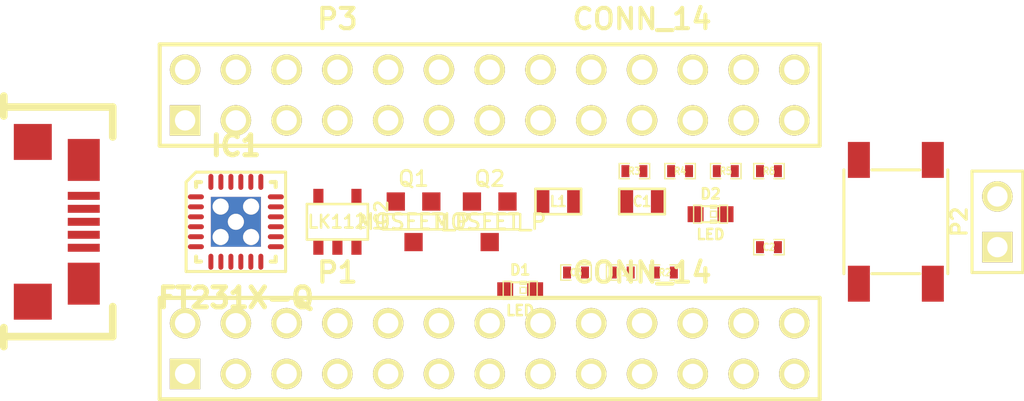
<source format=kicad_pcb>
(kicad_pcb (version 3) (host pcbnew "(2013-mar-13)-testing")

  (general
    (links 47)
    (no_connects 47)
    (area 212.7504 146.066934 267.030201 168.893066)
    (thickness 1.6)
    (drawings 0)
    (tracks 0)
    (zones 0)
    (modules 21)
    (nets 53)
  )

  (page A3)
  (layers
    (15 F.Cu signal)
    (0 B.Cu signal)
    (16 B.Adhes user)
    (17 F.Adhes user)
    (18 B.Paste user)
    (19 F.Paste user)
    (20 B.SilkS user)
    (21 F.SilkS user)
    (22 B.Mask user)
    (23 F.Mask user)
    (24 Dwgs.User user)
    (25 Cmts.User user)
    (26 Eco1.User user)
    (27 Eco2.User user)
    (28 Edge.Cuts user)
  )

  (setup
    (last_trace_width 0.254)
    (trace_clearance 0.254)
    (zone_clearance 0.508)
    (zone_45_only no)
    (trace_min 0.254)
    (segment_width 0.2)
    (edge_width 0.1)
    (via_size 0.889)
    (via_drill 0.635)
    (via_min_size 0.889)
    (via_min_drill 0.508)
    (uvia_size 0.508)
    (uvia_drill 0.127)
    (uvias_allowed no)
    (uvia_min_size 0.508)
    (uvia_min_drill 0.127)
    (pcb_text_width 0.3)
    (pcb_text_size 1.5 1.5)
    (mod_edge_width 0.15)
    (mod_text_size 1 1)
    (mod_text_width 0.15)
    (pad_size 1.5 1.5)
    (pad_drill 0.6)
    (pad_to_mask_clearance 0)
    (aux_axis_origin 0 0)
    (visible_elements FFFFFF7F)
    (pcbplotparams
      (layerselection 3178497)
      (usegerberextensions true)
      (excludeedgelayer true)
      (linewidth 152400)
      (plotframeref false)
      (viasonmask false)
      (mode 1)
      (useauxorigin false)
      (hpglpennumber 1)
      (hpglpenspeed 20)
      (hpglpendiameter 15)
      (hpglpenoverlay 2)
      (psnegative false)
      (psa4output false)
      (plotreference true)
      (plotvalue true)
      (plotothertext true)
      (plotinvisibletext false)
      (padsonsilk false)
      (subtractmaskfromsilk false)
      (outputformat 1)
      (mirror false)
      (drillshape 1)
      (scaleselection 1)
      (outputdirectory ""))
  )

  (net 0 "")
  (net 1 /D+)
  (net 2 /DTR)
  (net 3 /EISP)
  (net 4 /ERST)
  (net 5 /ERX)
  (net 6 /ETX)
  (net 7 /PIO0_0)
  (net 8 /PIO0_1)
  (net 9 /PIO0_10)
  (net 10 /PIO0_11)
  (net 11 /PIO0_12)
  (net 12 /PIO0_13)
  (net 13 /PIO0_14)
  (net 14 /PIO0_15)
  (net 15 /PIO0_16)
  (net 16 /PIO0_17)
  (net 17 /PIO0_2)
  (net 18 /PIO0_3)
  (net 19 /PIO0_4)
  (net 20 /PIO0_5)
  (net 21 /PIO0_6)
  (net 22 /PIO0_7)
  (net 23 /PIO0_8)
  (net 24 /PIO0_9)
  (net 25 /RTS)
  (net 26 /UD+)
  (net 27 /UD-)
  (net 28 /URX)
  (net 29 /UTX)
  (net 30 /VIN)
  (net 31 /VREGIN)
  (net 32 /VUSB)
  (net 33 /\PWREN)
  (net 34 GND)
  (net 35 N-0000017)
  (net 36 N-0000018)
  (net 37 N-0000024)
  (net 38 N-0000025)
  (net 39 N-0000026)
  (net 40 N-0000027)
  (net 41 N-0000029)
  (net 42 N-0000031)
  (net 43 N-0000034)
  (net 44 N-0000035)
  (net 45 N-0000036)
  (net 46 N-0000037)
  (net 47 N-0000038)
  (net 48 N-0000047)
  (net 49 N-0000048)
  (net 50 N-0000050)
  (net 51 N-0000051)
  (net 52 VCC)

  (net_class Default "This is the default net class."
    (clearance 0.254)
    (trace_width 0.254)
    (via_dia 0.889)
    (via_drill 0.635)
    (uvia_dia 0.508)
    (uvia_drill 0.127)
    (add_net "")
    (add_net /D+)
    (add_net /DTR)
    (add_net /EISP)
    (add_net /ERST)
    (add_net /ERX)
    (add_net /ETX)
    (add_net /PIO0_0)
    (add_net /PIO0_1)
    (add_net /PIO0_10)
    (add_net /PIO0_11)
    (add_net /PIO0_12)
    (add_net /PIO0_13)
    (add_net /PIO0_14)
    (add_net /PIO0_15)
    (add_net /PIO0_16)
    (add_net /PIO0_17)
    (add_net /PIO0_2)
    (add_net /PIO0_3)
    (add_net /PIO0_4)
    (add_net /PIO0_5)
    (add_net /PIO0_6)
    (add_net /PIO0_7)
    (add_net /PIO0_8)
    (add_net /PIO0_9)
    (add_net /RTS)
    (add_net /UD+)
    (add_net /UD-)
    (add_net /URX)
    (add_net /UTX)
    (add_net /VIN)
    (add_net /VREGIN)
    (add_net /VUSB)
    (add_net /\PWREN)
    (add_net GND)
    (add_net N-0000017)
    (add_net N-0000018)
    (add_net N-0000024)
    (add_net N-0000025)
    (add_net N-0000026)
    (add_net N-0000027)
    (add_net N-0000029)
    (add_net N-0000031)
    (add_net N-0000034)
    (add_net N-0000035)
    (add_net N-0000036)
    (add_net N-0000037)
    (add_net N-0000038)
    (add_net N-0000047)
    (add_net N-0000048)
    (add_net N-0000050)
    (add_net N-0000051)
    (add_net VCC)
  )

  (module SM0603 (layer F.Cu) (tedit 4E43A3D1) (tstamp 518B3BEB)
    (at 247.65 156.464)
    (path /518E730B)
    (attr smd)
    (fp_text reference C1 (at 0 0) (layer F.SilkS)
      (effects (font (size 0.508 0.4572) (thickness 0.1143)))
    )
    (fp_text value 1uF (at 0 0) (layer F.SilkS) hide
      (effects (font (size 0.508 0.4572) (thickness 0.1143)))
    )
    (fp_line (start -1.143 -0.635) (end 1.143 -0.635) (layer F.SilkS) (width 0.127))
    (fp_line (start 1.143 -0.635) (end 1.143 0.635) (layer F.SilkS) (width 0.127))
    (fp_line (start 1.143 0.635) (end -1.143 0.635) (layer F.SilkS) (width 0.127))
    (fp_line (start -1.143 0.635) (end -1.143 -0.635) (layer F.SilkS) (width 0.127))
    (pad 1 smd rect (at -0.762 0) (size 0.635 1.143)
      (layers F.Cu F.Paste F.Mask)
      (net 31 /VREGIN)
    )
    (pad 2 smd rect (at 0.762 0) (size 0.635 1.143)
      (layers F.Cu F.Paste F.Mask)
      (net 34 GND)
    )
    (model smd\resistors\R0603.wrl
      (at (xyz 0 0 0.001))
      (scale (xyz 0.5 0.5 0.5))
      (rotate (xyz 0 0 0))
    )
  )

  (module SM0402_c (layer F.Cu) (tedit 516FD0AE) (tstamp 518B3BF7)
    (at 254 158.75)
    (path /518E2BB2)
    (attr smd)
    (fp_text reference C2 (at 0 0) (layer F.SilkS)
      (effects (font (size 0.35052 0.3048) (thickness 0.07112)))
    )
    (fp_text value 0.1uF (at 0.09906 0) (layer F.SilkS) hide
      (effects (font (size 0.35052 0.3048) (thickness 0.07112)))
    )
    (fp_line (start -0.254 -0.381) (end -0.762 -0.381) (layer F.SilkS) (width 0.07112))
    (fp_line (start -0.762 -0.381) (end -0.762 0.381) (layer F.SilkS) (width 0.07112))
    (fp_line (start -0.762 0.381) (end -0.254 0.381) (layer F.SilkS) (width 0.07112))
    (fp_line (start 0.254 -0.381) (end 0.762 -0.381) (layer F.SilkS) (width 0.07112))
    (fp_line (start 0.762 -0.381) (end 0.762 0.381) (layer F.SilkS) (width 0.07112))
    (fp_line (start 0.762 0.381) (end 0.254 0.381) (layer F.SilkS) (width 0.07112))
    (pad 1 smd rect (at -0.44958 0) (size 0.39878 0.59944)
      (layers F.Cu F.Paste F.Mask)
      (net 51 N-0000051)
    )
    (pad 2 smd rect (at 0.44958 0) (size 0.39878 0.59944)
      (layers F.Cu F.Paste F.Mask)
      (net 34 GND)
    )
    (model smd/capacitors/C0402.wrl
      (at (xyz 0 0 0))
      (scale (xyz 0.27 0.27 0.27))
      (rotate (xyz 0 0 0))
    )
  )

  (module SM0402_c (layer F.Cu) (tedit 516FD0AE) (tstamp 518B3C03)
    (at 244.348 160.02)
    (path /518E5642)
    (attr smd)
    (fp_text reference C3 (at 0 0) (layer F.SilkS)
      (effects (font (size 0.35052 0.3048) (thickness 0.07112)))
    )
    (fp_text value 1uF (at 0.09906 0) (layer F.SilkS) hide
      (effects (font (size 0.35052 0.3048) (thickness 0.07112)))
    )
    (fp_line (start -0.254 -0.381) (end -0.762 -0.381) (layer F.SilkS) (width 0.07112))
    (fp_line (start -0.762 -0.381) (end -0.762 0.381) (layer F.SilkS) (width 0.07112))
    (fp_line (start -0.762 0.381) (end -0.254 0.381) (layer F.SilkS) (width 0.07112))
    (fp_line (start 0.254 -0.381) (end 0.762 -0.381) (layer F.SilkS) (width 0.07112))
    (fp_line (start 0.762 -0.381) (end 0.762 0.381) (layer F.SilkS) (width 0.07112))
    (fp_line (start 0.762 0.381) (end 0.254 0.381) (layer F.SilkS) (width 0.07112))
    (pad 1 smd rect (at -0.44958 0) (size 0.39878 0.59944)
      (layers F.Cu F.Paste F.Mask)
      (net 34 GND)
    )
    (pad 2 smd rect (at 0.44958 0) (size 0.39878 0.59944)
      (layers F.Cu F.Paste F.Mask)
      (net 52 VCC)
    )
    (model smd/capacitors/C0402.wrl
      (at (xyz 0 0 0))
      (scale (xyz 0.27 0.27 0.27))
      (rotate (xyz 0 0 0))
    )
  )

  (module LED-0603 (layer F.Cu) (tedit 4E16AFB4) (tstamp 518B3C1F)
    (at 241.554 160.909)
    (descr "LED 0603 smd package")
    (tags "LED led 0603 SMD smd SMT smt smdled SMDLED smtled SMTLED")
    (path /5190AF88)
    (attr smd)
    (fp_text reference D1 (at 0 -1.016) (layer F.SilkS)
      (effects (font (size 0.508 0.508) (thickness 0.127)))
    )
    (fp_text value LED (at 0 1.016) (layer F.SilkS)
      (effects (font (size 0.508 0.508) (thickness 0.127)))
    )
    (fp_line (start 0.44958 -0.44958) (end 0.44958 0.44958) (layer F.SilkS) (width 0.06604))
    (fp_line (start 0.44958 0.44958) (end 0.84836 0.44958) (layer F.SilkS) (width 0.06604))
    (fp_line (start 0.84836 -0.44958) (end 0.84836 0.44958) (layer F.SilkS) (width 0.06604))
    (fp_line (start 0.44958 -0.44958) (end 0.84836 -0.44958) (layer F.SilkS) (width 0.06604))
    (fp_line (start -0.84836 -0.44958) (end -0.84836 0.44958) (layer F.SilkS) (width 0.06604))
    (fp_line (start -0.84836 0.44958) (end -0.44958 0.44958) (layer F.SilkS) (width 0.06604))
    (fp_line (start -0.44958 -0.44958) (end -0.44958 0.44958) (layer F.SilkS) (width 0.06604))
    (fp_line (start -0.84836 -0.44958) (end -0.44958 -0.44958) (layer F.SilkS) (width 0.06604))
    (fp_line (start 0 -0.44958) (end 0 -0.29972) (layer F.SilkS) (width 0.06604))
    (fp_line (start 0 -0.29972) (end 0.29972 -0.29972) (layer F.SilkS) (width 0.06604))
    (fp_line (start 0.29972 -0.44958) (end 0.29972 -0.29972) (layer F.SilkS) (width 0.06604))
    (fp_line (start 0 -0.44958) (end 0.29972 -0.44958) (layer F.SilkS) (width 0.06604))
    (fp_line (start 0 0.29972) (end 0 0.44958) (layer F.SilkS) (width 0.06604))
    (fp_line (start 0 0.44958) (end 0.29972 0.44958) (layer F.SilkS) (width 0.06604))
    (fp_line (start 0.29972 0.29972) (end 0.29972 0.44958) (layer F.SilkS) (width 0.06604))
    (fp_line (start 0 0.29972) (end 0.29972 0.29972) (layer F.SilkS) (width 0.06604))
    (fp_line (start 0 -0.14986) (end 0 0.14986) (layer F.SilkS) (width 0.06604))
    (fp_line (start 0 0.14986) (end 0.29972 0.14986) (layer F.SilkS) (width 0.06604))
    (fp_line (start 0.29972 -0.14986) (end 0.29972 0.14986) (layer F.SilkS) (width 0.06604))
    (fp_line (start 0 -0.14986) (end 0.29972 -0.14986) (layer F.SilkS) (width 0.06604))
    (fp_line (start 0.44958 -0.39878) (end -0.44958 -0.39878) (layer F.SilkS) (width 0.1016))
    (fp_line (start 0.44958 0.39878) (end -0.44958 0.39878) (layer F.SilkS) (width 0.1016))
    (pad 1 smd rect (at -0.7493 0) (size 0.79756 0.79756)
      (layers F.Cu F.Paste F.Mask)
      (net 52 VCC)
    )
    (pad 2 smd rect (at 0.7493 0) (size 0.79756 0.79756)
      (layers F.Cu F.Paste F.Mask)
      (net 41 N-0000029)
    )
  )

  (module LED-0603 (layer F.Cu) (tedit 4E16AFB4) (tstamp 518B3C3B)
    (at 251.079 157.099)
    (descr "LED 0603 smd package")
    (tags "LED led 0603 SMD smd SMT smt smdled SMDLED smtled SMTLED")
    (path /518B0AF2)
    (attr smd)
    (fp_text reference D2 (at 0 -1.016) (layer F.SilkS)
      (effects (font (size 0.508 0.508) (thickness 0.127)))
    )
    (fp_text value LED (at 0 1.016) (layer F.SilkS)
      (effects (font (size 0.508 0.508) (thickness 0.127)))
    )
    (fp_line (start 0.44958 -0.44958) (end 0.44958 0.44958) (layer F.SilkS) (width 0.06604))
    (fp_line (start 0.44958 0.44958) (end 0.84836 0.44958) (layer F.SilkS) (width 0.06604))
    (fp_line (start 0.84836 -0.44958) (end 0.84836 0.44958) (layer F.SilkS) (width 0.06604))
    (fp_line (start 0.44958 -0.44958) (end 0.84836 -0.44958) (layer F.SilkS) (width 0.06604))
    (fp_line (start -0.84836 -0.44958) (end -0.84836 0.44958) (layer F.SilkS) (width 0.06604))
    (fp_line (start -0.84836 0.44958) (end -0.44958 0.44958) (layer F.SilkS) (width 0.06604))
    (fp_line (start -0.44958 -0.44958) (end -0.44958 0.44958) (layer F.SilkS) (width 0.06604))
    (fp_line (start -0.84836 -0.44958) (end -0.44958 -0.44958) (layer F.SilkS) (width 0.06604))
    (fp_line (start 0 -0.44958) (end 0 -0.29972) (layer F.SilkS) (width 0.06604))
    (fp_line (start 0 -0.29972) (end 0.29972 -0.29972) (layer F.SilkS) (width 0.06604))
    (fp_line (start 0.29972 -0.44958) (end 0.29972 -0.29972) (layer F.SilkS) (width 0.06604))
    (fp_line (start 0 -0.44958) (end 0.29972 -0.44958) (layer F.SilkS) (width 0.06604))
    (fp_line (start 0 0.29972) (end 0 0.44958) (layer F.SilkS) (width 0.06604))
    (fp_line (start 0 0.44958) (end 0.29972 0.44958) (layer F.SilkS) (width 0.06604))
    (fp_line (start 0.29972 0.29972) (end 0.29972 0.44958) (layer F.SilkS) (width 0.06604))
    (fp_line (start 0 0.29972) (end 0.29972 0.29972) (layer F.SilkS) (width 0.06604))
    (fp_line (start 0 -0.14986) (end 0 0.14986) (layer F.SilkS) (width 0.06604))
    (fp_line (start 0 0.14986) (end 0.29972 0.14986) (layer F.SilkS) (width 0.06604))
    (fp_line (start 0.29972 -0.14986) (end 0.29972 0.14986) (layer F.SilkS) (width 0.06604))
    (fp_line (start 0 -0.14986) (end 0.29972 -0.14986) (layer F.SilkS) (width 0.06604))
    (fp_line (start 0.44958 -0.39878) (end -0.44958 -0.39878) (layer F.SilkS) (width 0.1016))
    (fp_line (start 0.44958 0.39878) (end -0.44958 0.39878) (layer F.SilkS) (width 0.1016))
    (pad 1 smd rect (at -0.7493 0) (size 0.79756 0.79756)
      (layers F.Cu F.Paste F.Mask)
      (net 12 /PIO0_13)
    )
    (pad 2 smd rect (at 0.7493 0) (size 0.79756 0.79756)
      (layers F.Cu F.Paste F.Mask)
      (net 47 N-0000038)
    )
  )

  (module QFN24 (layer F.Cu) (tedit 48A948E6) (tstamp 518B3C6A)
    (at 227.33 157.48)
    (path /518B8B69)
    (fp_text reference IC1 (at 0 -3.81) (layer F.SilkS)
      (effects (font (size 1.00076 1.00076) (thickness 0.3048)))
    )
    (fp_text value FT231X-Q (at 0 3.81) (layer F.SilkS)
      (effects (font (size 1.00076 1.00076) (thickness 0.3048)))
    )
    (fp_line (start -1.99136 -2.4892) (end 2.4892 -2.4892) (layer F.SilkS) (width 0.14986))
    (fp_line (start -2.4892 -1.99136) (end -2.4892 2.4892) (layer F.SilkS) (width 0.14986))
    (fp_line (start -2.4892 -1.99136) (end -1.99136 -2.4892) (layer F.SilkS) (width 0.14986))
    (fp_line (start -1.99136 -1.74244) (end -1.99136 -1.99136) (layer F.SilkS) (width 0.20066))
    (fp_line (start -1.99136 -1.99136) (end -1.74244 -1.99136) (layer F.SilkS) (width 0.20066))
    (fp_line (start -1.74244 1.99136) (end -1.99136 1.99136) (layer F.SilkS) (width 0.20066))
    (fp_line (start -1.99136 1.99136) (end -1.99136 1.74244) (layer F.SilkS) (width 0.20066))
    (fp_line (start 1.99136 1.74244) (end 1.99136 1.99136) (layer F.SilkS) (width 0.20066))
    (fp_line (start 1.99136 1.99136) (end 1.74244 1.99136) (layer F.SilkS) (width 0.20066))
    (fp_line (start 1.74244 -1.99136) (end 1.99136 -1.99136) (layer F.SilkS) (width 0.20066))
    (fp_line (start 1.99136 -1.99136) (end 1.99136 -1.74244) (layer F.SilkS) (width 0.20066))
    (fp_line (start 2.4892 2.4892) (end -2.4892 2.4892) (layer F.SilkS) (width 0.14986))
    (fp_line (start 2.4892 -2.4892) (end 2.4892 2.4892) (layer F.SilkS) (width 0.14986))
    (pad "" smd rect (at 0 0 270) (size 2.49936 2.49936)
      (layers *.Cu F.Paste F.Mask)
    )
    (pad 1 smd oval (at -1.99898 -1.24968) (size 0.8001 0.24892)
      (layers F.Cu F.Paste F.Mask)
      (net 28 /URX)
    )
    (pad 2 smd oval (at -1.99898 -0.7493) (size 0.8001 0.24892)
      (layers F.Cu F.Paste F.Mask)
      (net 40 N-0000027)
    )
    (pad 3 smd oval (at -1.99898 -0.24892) (size 0.8001 0.24892)
      (layers F.Cu F.Paste F.Mask)
      (net 34 GND)
    )
    (pad 4 smd oval (at -1.99898 0.24892) (size 0.8001 0.24892)
      (layers F.Cu F.Paste F.Mask)
      (net 38 N-0000025)
    )
    (pad 5 smd oval (at -1.99898 0.7493) (size 0.8001 0.24892)
      (layers F.Cu F.Paste F.Mask)
      (net 39 N-0000026)
    )
    (pad 6 smd oval (at -1.99898 1.24968) (size 0.8001 0.24892)
      (layers F.Cu F.Paste F.Mask)
      (net 37 N-0000024)
    )
    (pad 7 smd oval (at -1.24968 1.99898 90) (size 0.8001 0.24892)
      (layers F.Cu F.Paste F.Mask)
      (net 50 N-0000050)
    )
    (pad 8 smd oval (at -0.7493 1.99898 90) (size 0.8001 0.24892)
      (layers F.Cu F.Paste F.Mask)
      (net 1 /D+)
    )
    (pad 9 smd oval (at -0.24892 1.99898 90) (size 0.8001 0.24892)
      (layers F.Cu F.Paste F.Mask)
      (net 1 /D+)
    )
    (pad 10 smd oval (at 0.24892 1.99898 90) (size 0.8001 0.24892)
      (layers F.Cu F.Paste F.Mask)
      (net 1 /D+)
    )
    (pad 11 smd oval (at 0.7493 1.99898 90) (size 0.8001 0.24892)
      (layers F.Cu F.Paste F.Mask)
      (net 1 /D+)
    )
    (pad 12 smd oval (at 1.24968 1.99898 90) (size 0.8001 0.24892)
      (layers F.Cu F.Paste F.Mask)
      (net 32 /VUSB)
    )
    (pad 13 smd oval (at 1.99898 1.24968 180) (size 0.8001 0.24892)
      (layers F.Cu F.Paste F.Mask)
      (net 34 GND)
    )
    (pad 14 smd oval (at 1.99898 0.7493 180) (size 0.8001 0.24892)
      (layers F.Cu F.Paste F.Mask)
      (net 35 N-0000017)
    )
    (pad 15 smd oval (at 1.99898 0.24892 180) (size 0.8001 0.24892)
      (layers F.Cu F.Paste F.Mask)
      (net 36 N-0000018)
    )
    (pad 16 smd oval (at 1.99898 -0.24892 180) (size 0.8001 0.24892)
      (layers F.Cu F.Paste F.Mask)
      (net 33 /\PWREN)
    )
    (pad 17 smd oval (at 1.99898 -0.7493 180) (size 0.8001 0.24892)
      (layers F.Cu F.Paste F.Mask)
      (net 29 /UTX)
    )
    (pad 18 smd oval (at 1.99898 -1.24968 180) (size 0.8001 0.24892)
      (layers F.Cu F.Paste F.Mask)
      (net 2 /DTR)
    )
    (pad 19 smd oval (at 1.24968 -1.99898 270) (size 0.8001 0.24892)
      (layers F.Cu F.Paste F.Mask)
      (net 25 /RTS)
    )
    (pad 20 smd oval (at 0.7493 -1.99898 270) (size 0.8001 0.24892)
      (layers F.Cu F.Paste F.Mask)
      (net 1 /D+)
    )
    (pad 21 smd oval (at 0.24892 -1.99898 270) (size 0.8001 0.24892)
      (layers F.Cu F.Paste F.Mask)
      (net 34 GND)
    )
    (pad 22 smd oval (at -0.24892 -1.99898 270) (size 0.8001 0.24892)
      (layers F.Cu F.Paste F.Mask)
    )
    (pad 23 smd oval (at -0.7493 -1.99898 270) (size 0.8001 0.24892)
      (layers F.Cu F.Paste F.Mask)
    )
    (pad 24 smd oval (at -1.24968 -1.99898 270) (size 0.8001 0.24892)
      (layers F.Cu F.Paste F.Mask)
    )
    (pad "" np_thru_hole circle (at 0 0 270) (size 0.8001 0.8001) (drill 0.8001)
      (layers *.Cu *.SilkS *.Mask)
    )
    (pad "" np_thru_hole circle (at 0.762 -0.762 270) (size 0.8001 0.8001) (drill 0.8001)
      (layers *.Cu *.SilkS *.Mask)
    )
    (pad "" np_thru_hole circle (at -0.762 -0.762 270) (size 0.8001 0.8001) (drill 0.8001)
      (layers *.Cu *.SilkS *.Mask)
    )
    (pad "" np_thru_hole circle (at 0.762 0.762 270) (size 0.8001 0.8001) (drill 0.8001)
      (layers *.Cu *.SilkS *.Mask)
    )
    (pad "" np_thru_hole circle (at -0.762 0.762 270) (size 0.8001 0.8001) (drill 0.8001)
      (layers *.Cu *.SilkS *.Mask)
    )
    (model smd/qfn24.wrl
      (at (xyz 0 0 0))
      (scale (xyz 1 1 1))
      (rotate (xyz 0 0 0))
    )
  )

  (module SOT23-5 (layer F.Cu) (tedit 4ECF78EF) (tstamp 518B3C77)
    (at 232.41 157.48)
    (path /518AFCE5)
    (attr smd)
    (fp_text reference IC2 (at 2.19964 -0.29972 90) (layer F.SilkS)
      (effects (font (size 0.635 0.635) (thickness 0.127)))
    )
    (fp_text value LK112 (at 0 0) (layer F.SilkS)
      (effects (font (size 0.635 0.635) (thickness 0.127)))
    )
    (fp_line (start 1.524 -0.889) (end 1.524 0.889) (layer F.SilkS) (width 0.127))
    (fp_line (start 1.524 0.889) (end -1.524 0.889) (layer F.SilkS) (width 0.127))
    (fp_line (start -1.524 0.889) (end -1.524 -0.889) (layer F.SilkS) (width 0.127))
    (fp_line (start -1.524 -0.889) (end 1.524 -0.889) (layer F.SilkS) (width 0.127))
    (pad 1 smd rect (at -0.9525 1.27) (size 0.508 0.762)
      (layers F.Cu F.Paste F.Mask)
      (net 31 /VREGIN)
    )
    (pad 3 smd rect (at 0.9525 1.27) (size 0.508 0.762)
      (layers F.Cu F.Paste F.Mask)
      (net 51 N-0000051)
    )
    (pad 5 smd rect (at -0.9525 -1.27) (size 0.508 0.762)
      (layers F.Cu F.Paste F.Mask)
      (net 31 /VREGIN)
    )
    (pad 2 smd rect (at 0 1.27) (size 0.508 0.762)
      (layers F.Cu F.Paste F.Mask)
      (net 34 GND)
    )
    (pad 4 smd rect (at 0.9525 -1.27) (size 0.508 0.762)
      (layers F.Cu F.Paste F.Mask)
      (net 44 N-0000035)
    )
    (model smd/SOT23_5.wrl
      (at (xyz 0 0 0))
      (scale (xyz 0.1 0.1 0.1))
      (rotate (xyz 0 0 0))
    )
  )

  (module MICROUSB-B-ZX62-B-5PA (layer F.Cu) (tedit 518F7E72) (tstamp 518B3C8A)
    (at 217.17 157.48 270)
    (descr "Hirose ZX62-B-5PA(11)")
    (path /518AE038)
    (fp_text reference J1 (at 0 -6.25094 270) (layer F.SilkS) hide
      (effects (font (thickness 0.3048)))
    )
    (fp_text value MINI-USB-SHLD (at 0 3.2512 270) (layer F.SilkS) hide
      (effects (font (thickness 0.3048)))
    )
    (fp_line (start -4.24942 -4.0005) (end -5.75056 -4.0005) (layer F.SilkS) (width 0.381))
    (fp_line (start -5.75056 -4.0005) (end -5.75056 1.24968) (layer F.SilkS) (width 0.381))
    (fp_line (start 4.24942 -4.0005) (end 5.75056 -4.0005) (layer F.SilkS) (width 0.381))
    (fp_line (start 5.75056 -4.0005) (end 5.75056 1.24968) (layer F.SilkS) (width 0.381))
    (fp_line (start -5.30098 1.45034) (end -6.2992 1.45034) (layer F.SilkS) (width 0.381))
    (fp_line (start 5.30098 1.45034) (end 6.25094 1.45034) (layer F.SilkS) (width 0.381))
    (pad 3 smd rect (at 0 -2.55016 270) (size 0.39878 1.6002)
      (layers F.Cu F.Paste F.Mask)
      (net 26 /UD+)
      (clearance 0.12446)
    )
    (pad 1 smd rect (at -1.30048 -2.55016 270) (size 0.39878 1.6002)
      (layers F.Cu F.Paste F.Mask)
      (net 32 /VUSB)
      (clearance 0.12446)
    )
    (pad 2 smd rect (at -0.65024 -2.55016 270) (size 0.39878 1.6002)
      (layers F.Cu F.Paste F.Mask)
      (net 27 /UD-)
      (clearance 0.12446)
    )
    (pad 4 smd rect (at 0.65024 -2.55016 270) (size 0.39878 1.6002)
      (layers F.Cu F.Paste F.Mask)
      (net 46 N-0000037)
      (clearance 0.12446)
    )
    (pad 5 smd rect (at 1.30048 -2.55016 270) (size 0.39878 1.6002)
      (layers F.Cu F.Paste F.Mask)
      (net 34 GND)
      (clearance 0.12446)
    )
    (pad 6 smd rect (at -3.0988 -2.55016 270) (size 2.10058 1.6002)
      (layers F.Cu F.Paste F.Mask)
      (net 45 N-0000036)
    )
    (pad 6 smd rect (at 3.0988 -2.55016 270) (size 2.10058 1.6002)
      (layers F.Cu F.Paste F.Mask)
      (net 45 N-0000036)
    )
    (pad 6 smd rect (at -4.0005 0 270) (size 1.80086 1.89992)
      (layers F.Cu F.Paste F.Mask)
      (net 45 N-0000036)
    )
    (pad 6 smd rect (at 4.0005 0 270) (size 1.80086 1.89992)
      (layers F.Cu F.Paste F.Mask)
      (net 45 N-0000036)
    )
  )

  (module SM0603 (layer F.Cu) (tedit 4E43A3D1) (tstamp 518B3C94)
    (at 243.459 156.464)
    (path /518E567D)
    (attr smd)
    (fp_text reference L1 (at 0 0) (layer F.SilkS)
      (effects (font (size 0.508 0.4572) (thickness 0.1143)))
    )
    (fp_text value INDUCTOR (at 0 0) (layer F.SilkS) hide
      (effects (font (size 0.508 0.4572) (thickness 0.1143)))
    )
    (fp_line (start -1.143 -0.635) (end 1.143 -0.635) (layer F.SilkS) (width 0.127))
    (fp_line (start 1.143 -0.635) (end 1.143 0.635) (layer F.SilkS) (width 0.127))
    (fp_line (start 1.143 0.635) (end -1.143 0.635) (layer F.SilkS) (width 0.127))
    (fp_line (start -1.143 0.635) (end -1.143 -0.635) (layer F.SilkS) (width 0.127))
    (pad 1 smd rect (at -0.762 0) (size 0.635 1.143)
      (layers F.Cu F.Paste F.Mask)
      (net 44 N-0000035)
    )
    (pad 2 smd rect (at 0.762 0) (size 0.635 1.143)
      (layers F.Cu F.Paste F.Mask)
      (net 52 VCC)
    )
    (model smd\resistors\R0603.wrl
      (at (xyz 0 0 0.001))
      (scale (xyz 0.5 0.5 0.5))
      (rotate (xyz 0 0 0))
    )
  )

  (module pin_array_13x2 (layer F.Cu) (tedit 5031D825) (tstamp 518B3CB6)
    (at 240.03 163.83)
    (descr "2 x 13 pins connector")
    (tags CONN)
    (path /519092FB)
    (fp_text reference P1 (at -7.62 -3.81) (layer F.SilkS)
      (effects (font (size 1.016 1.016) (thickness 0.2032)))
    )
    (fp_text value CONN_14 (at 7.62 -3.81) (layer F.SilkS)
      (effects (font (size 1.016 1.016) (thickness 0.2032)))
    )
    (fp_line (start -16.51 2.54) (end 16.51 2.54) (layer F.SilkS) (width 0.2032))
    (fp_line (start 16.51 -2.54) (end -16.51 -2.54) (layer F.SilkS) (width 0.2032))
    (fp_line (start -16.51 -2.54) (end -16.51 2.54) (layer F.SilkS) (width 0.2032))
    (fp_line (start 16.51 2.54) (end 16.51 -2.54) (layer F.SilkS) (width 0.2032))
    (pad 1 thru_hole rect (at -15.24 1.27) (size 1.524 1.524) (drill 1.016)
      (layers *.Cu *.Mask F.SilkS)
      (net 8 /PIO0_1)
    )
    (pad 2 thru_hole circle (at -15.24 -1.27) (size 1.524 1.524) (drill 1.016)
      (layers *.Cu *.Mask F.SilkS)
      (net 17 /PIO0_2)
    )
    (pad 3 thru_hole circle (at -12.7 1.27) (size 1.524 1.524) (drill 1.016)
      (layers *.Cu *.Mask F.SilkS)
      (net 18 /PIO0_3)
    )
    (pad 4 thru_hole circle (at -12.7 -1.27) (size 1.524 1.524) (drill 1.016)
      (layers *.Cu *.Mask F.SilkS)
      (net 19 /PIO0_4)
    )
    (pad 5 thru_hole circle (at -10.16 1.27) (size 1.524 1.524) (drill 1.016)
      (layers *.Cu *.Mask F.SilkS)
      (net 20 /PIO0_5)
    )
    (pad 6 thru_hole circle (at -10.16 -1.27) (size 1.524 1.524) (drill 1.016)
      (layers *.Cu *.Mask F.SilkS)
      (net 21 /PIO0_6)
    )
    (pad 7 thru_hole circle (at -7.62 1.27) (size 1.524 1.524) (drill 1.016)
      (layers *.Cu *.Mask F.SilkS)
      (net 22 /PIO0_7)
    )
    (pad 8 thru_hole circle (at -7.62 -1.27) (size 1.524 1.524) (drill 1.016)
      (layers *.Cu *.Mask F.SilkS)
      (net 23 /PIO0_8)
    )
    (pad 9 thru_hole circle (at -5.08 1.27) (size 1.524 1.524) (drill 1.016)
      (layers *.Cu *.Mask F.SilkS)
      (net 24 /PIO0_9)
    )
    (pad 10 thru_hole circle (at -5.08 -1.27) (size 1.524 1.524) (drill 1.016)
      (layers *.Cu *.Mask F.SilkS)
      (net 9 /PIO0_10)
    )
    (pad 11 thru_hole circle (at -2.54 1.27) (size 1.524 1.524) (drill 1.016)
      (layers *.Cu *.Mask F.SilkS)
      (net 10 /PIO0_11)
    )
    (pad 12 thru_hole circle (at -2.54 -1.27) (size 1.524 1.524) (drill 1.016)
      (layers *.Cu *.Mask F.SilkS)
      (net 11 /PIO0_12)
    )
    (pad 13 thru_hole circle (at 0 1.27) (size 1.524 1.524) (drill 1.016)
      (layers *.Cu *.Mask F.SilkS)
      (net 12 /PIO0_13)
    )
    (pad 14 thru_hole circle (at 0 -1.27) (size 1.524 1.524) (drill 1.016)
      (layers *.Cu *.Mask F.SilkS)
      (net 13 /PIO0_14)
    )
    (pad 15 thru_hole circle (at 2.54 1.27) (size 1.524 1.524) (drill 1.016)
      (layers *.Cu *.Mask F.SilkS)
    )
    (pad 16 thru_hole circle (at 2.54 -1.27) (size 1.524 1.524) (drill 1.016)
      (layers *.Cu *.Mask F.SilkS)
    )
    (pad 17 thru_hole circle (at 5.08 1.27) (size 1.524 1.524) (drill 1.016)
      (layers *.Cu *.Mask F.SilkS)
    )
    (pad 18 thru_hole circle (at 5.08 -1.27) (size 1.524 1.524) (drill 1.016)
      (layers *.Cu *.Mask F.SilkS)
    )
    (pad 19 thru_hole circle (at 7.62 1.27) (size 1.524 1.524) (drill 1.016)
      (layers *.Cu *.Mask F.SilkS)
    )
    (pad 20 thru_hole circle (at 7.62 -1.27) (size 1.524 1.524) (drill 1.016)
      (layers *.Cu *.Mask F.SilkS)
    )
    (pad 21 thru_hole circle (at 10.16 1.27) (size 1.524 1.524) (drill 1.016)
      (layers *.Cu *.Mask F.SilkS)
    )
    (pad 22 thru_hole circle (at 10.16 -1.27) (size 1.524 1.524) (drill 1.016)
      (layers *.Cu *.Mask F.SilkS)
    )
    (pad 23 thru_hole circle (at 12.7 1.27) (size 1.524 1.524) (drill 1.016)
      (layers *.Cu *.Mask F.SilkS)
    )
    (pad 24 thru_hole circle (at 12.7 -1.27) (size 1.524 1.524) (drill 1.016)
      (layers *.Cu *.Mask F.SilkS)
    )
    (pad 25 thru_hole circle (at 15.24 1.27) (size 1.524 1.524) (drill 1.016)
      (layers *.Cu *.Mask F.SilkS)
    )
    (pad 26 thru_hole circle (at 15.24 -1.27) (size 1.524 1.524) (drill 1.016)
      (layers *.Cu *.Mask F.SilkS)
    )
    (model pin_array/pins_array_13x2.wrl
      (at (xyz 0 0 0))
      (scale (xyz 1 1 1))
      (rotate (xyz 0 0 0))
    )
  )

  (module PIN_ARRAY_2X1 (layer F.Cu) (tedit 4565C520) (tstamp 518B3CC0)
    (at 265.43 157.48 90)
    (descr "Connecteurs 2 pins")
    (tags "CONN DEV")
    (path /518C25B2)
    (fp_text reference P2 (at 0 -1.905 90) (layer F.SilkS)
      (effects (font (size 0.762 0.762) (thickness 0.1524)))
    )
    (fp_text value CONN_2 (at 0 -1.905 90) (layer F.SilkS) hide
      (effects (font (size 0.762 0.762) (thickness 0.1524)))
    )
    (fp_line (start -2.54 1.27) (end -2.54 -1.27) (layer F.SilkS) (width 0.1524))
    (fp_line (start -2.54 -1.27) (end 2.54 -1.27) (layer F.SilkS) (width 0.1524))
    (fp_line (start 2.54 -1.27) (end 2.54 1.27) (layer F.SilkS) (width 0.1524))
    (fp_line (start 2.54 1.27) (end -2.54 1.27) (layer F.SilkS) (width 0.1524))
    (pad 1 thru_hole rect (at -1.27 0 90) (size 1.524 1.524) (drill 1.016)
      (layers *.Cu *.Mask F.SilkS)
      (net 34 GND)
    )
    (pad 2 thru_hole circle (at 1.27 0 90) (size 1.524 1.524) (drill 1.016)
      (layers *.Cu *.Mask F.SilkS)
      (net 52 VCC)
    )
    (model pin_array/pins_array_2x1.wrl
      (at (xyz 0 0 0))
      (scale (xyz 1 1 1))
      (rotate (xyz 0 0 0))
    )
  )

  (module pin_array_13x2 (layer F.Cu) (tedit 5031D825) (tstamp 518B3CE2)
    (at 240.03 151.13)
    (descr "2 x 13 pins connector")
    (tags CONN)
    (path /5190A07C)
    (fp_text reference P3 (at -7.62 -3.81) (layer F.SilkS)
      (effects (font (size 1.016 1.016) (thickness 0.2032)))
    )
    (fp_text value CONN_14 (at 7.62 -3.81) (layer F.SilkS)
      (effects (font (size 1.016 1.016) (thickness 0.2032)))
    )
    (fp_line (start -16.51 2.54) (end 16.51 2.54) (layer F.SilkS) (width 0.2032))
    (fp_line (start 16.51 -2.54) (end -16.51 -2.54) (layer F.SilkS) (width 0.2032))
    (fp_line (start -16.51 -2.54) (end -16.51 2.54) (layer F.SilkS) (width 0.2032))
    (fp_line (start 16.51 2.54) (end 16.51 -2.54) (layer F.SilkS) (width 0.2032))
    (pad 1 thru_hole rect (at -15.24 1.27) (size 1.524 1.524) (drill 1.016)
      (layers *.Cu *.Mask F.SilkS)
      (net 14 /PIO0_15)
    )
    (pad 2 thru_hole circle (at -15.24 -1.27) (size 1.524 1.524) (drill 1.016)
      (layers *.Cu *.Mask F.SilkS)
      (net 15 /PIO0_16)
    )
    (pad 3 thru_hole circle (at -12.7 1.27) (size 1.524 1.524) (drill 1.016)
      (layers *.Cu *.Mask F.SilkS)
      (net 16 /PIO0_17)
    )
    (pad 4 thru_hole circle (at -12.7 -1.27) (size 1.524 1.524) (drill 1.016)
      (layers *.Cu *.Mask F.SilkS)
      (net 7 /PIO0_0)
    )
    (pad 5 thru_hole circle (at -10.16 1.27) (size 1.524 1.524) (drill 1.016)
      (layers *.Cu *.Mask F.SilkS)
      (net 5 /ERX)
    )
    (pad 6 thru_hole circle (at -10.16 -1.27) (size 1.524 1.524) (drill 1.016)
      (layers *.Cu *.Mask F.SilkS)
      (net 6 /ETX)
    )
    (pad 7 thru_hole circle (at -7.62 1.27) (size 1.524 1.524) (drill 1.016)
      (layers *.Cu *.Mask F.SilkS)
      (net 4 /ERST)
    )
    (pad 8 thru_hole circle (at -7.62 -1.27) (size 1.524 1.524) (drill 1.016)
      (layers *.Cu *.Mask F.SilkS)
      (net 3 /EISP)
    )
    (pad 9 thru_hole circle (at -5.08 1.27) (size 1.524 1.524) (drill 1.016)
      (layers *.Cu *.Mask F.SilkS)
      (net 34 GND)
    )
    (pad 10 thru_hole circle (at -5.08 -1.27) (size 1.524 1.524) (drill 1.016)
      (layers *.Cu *.Mask F.SilkS)
      (net 34 GND)
    )
    (pad 11 thru_hole circle (at -2.54 1.27) (size 1.524 1.524) (drill 1.016)
      (layers *.Cu *.Mask F.SilkS)
      (net 34 GND)
    )
    (pad 12 thru_hole circle (at -2.54 -1.27) (size 1.524 1.524) (drill 1.016)
      (layers *.Cu *.Mask F.SilkS)
      (net 52 VCC)
    )
    (pad 13 thru_hole circle (at 0 1.27) (size 1.524 1.524) (drill 1.016)
      (layers *.Cu *.Mask F.SilkS)
      (net 52 VCC)
    )
    (pad 14 thru_hole circle (at 0 -1.27) (size 1.524 1.524) (drill 1.016)
      (layers *.Cu *.Mask F.SilkS)
      (net 30 /VIN)
    )
    (pad 15 thru_hole circle (at 2.54 1.27) (size 1.524 1.524) (drill 1.016)
      (layers *.Cu *.Mask F.SilkS)
    )
    (pad 16 thru_hole circle (at 2.54 -1.27) (size 1.524 1.524) (drill 1.016)
      (layers *.Cu *.Mask F.SilkS)
    )
    (pad 17 thru_hole circle (at 5.08 1.27) (size 1.524 1.524) (drill 1.016)
      (layers *.Cu *.Mask F.SilkS)
    )
    (pad 18 thru_hole circle (at 5.08 -1.27) (size 1.524 1.524) (drill 1.016)
      (layers *.Cu *.Mask F.SilkS)
    )
    (pad 19 thru_hole circle (at 7.62 1.27) (size 1.524 1.524) (drill 1.016)
      (layers *.Cu *.Mask F.SilkS)
    )
    (pad 20 thru_hole circle (at 7.62 -1.27) (size 1.524 1.524) (drill 1.016)
      (layers *.Cu *.Mask F.SilkS)
    )
    (pad 21 thru_hole circle (at 10.16 1.27) (size 1.524 1.524) (drill 1.016)
      (layers *.Cu *.Mask F.SilkS)
    )
    (pad 22 thru_hole circle (at 10.16 -1.27) (size 1.524 1.524) (drill 1.016)
      (layers *.Cu *.Mask F.SilkS)
    )
    (pad 23 thru_hole circle (at 12.7 1.27) (size 1.524 1.524) (drill 1.016)
      (layers *.Cu *.Mask F.SilkS)
    )
    (pad 24 thru_hole circle (at 12.7 -1.27) (size 1.524 1.524) (drill 1.016)
      (layers *.Cu *.Mask F.SilkS)
    )
    (pad 25 thru_hole circle (at 15.24 1.27) (size 1.524 1.524) (drill 1.016)
      (layers *.Cu *.Mask F.SilkS)
    )
    (pad 26 thru_hole circle (at 15.24 -1.27) (size 1.524 1.524) (drill 1.016)
      (layers *.Cu *.Mask F.SilkS)
    )
    (model pin_array/pins_array_13x2.wrl
      (at (xyz 0 0 0))
      (scale (xyz 1 1 1))
      (rotate (xyz 0 0 0))
    )
  )

  (module SOT23GDS (layer F.Cu) (tedit 50911E03) (tstamp 518B3CED)
    (at 236.22 157.48)
    (descr "Module CMS SOT23 Transistore EBC")
    (tags "CMS SOT")
    (path /518AC9EF)
    (attr smd)
    (fp_text reference Q1 (at 0 -2.159) (layer F.SilkS)
      (effects (font (size 0.762 0.762) (thickness 0.12954)))
    )
    (fp_text value MOSFET_P (at 0 0) (layer F.SilkS)
      (effects (font (size 0.762 0.762) (thickness 0.12954)))
    )
    (fp_line (start -1.524 -0.381) (end 1.524 -0.381) (layer F.SilkS) (width 0.11938))
    (fp_line (start 1.524 -0.381) (end 1.524 0.381) (layer F.SilkS) (width 0.11938))
    (fp_line (start 1.524 0.381) (end -1.524 0.381) (layer F.SilkS) (width 0.11938))
    (fp_line (start -1.524 0.381) (end -1.524 -0.381) (layer F.SilkS) (width 0.11938))
    (pad S smd rect (at -0.889 -1.016) (size 0.9144 0.9144)
      (layers F.Cu F.Paste F.Mask)
      (net 31 /VREGIN)
    )
    (pad G smd rect (at 0.889 -1.016) (size 0.9144 0.9144)
      (layers F.Cu F.Paste F.Mask)
      (net 43 N-0000034)
    )
    (pad D smd rect (at 0 1.016) (size 0.9144 0.9144)
      (layers F.Cu F.Paste F.Mask)
      (net 32 /VUSB)
    )
    (model smd/cms_sot23.wrl
      (at (xyz 0 0 0))
      (scale (xyz 0.13 0.15 0.15))
      (rotate (xyz 0 0 0))
    )
  )

  (module SOT23GDS (layer F.Cu) (tedit 50911E03) (tstamp 518B3CF8)
    (at 240.03 157.48)
    (descr "Module CMS SOT23 Transistore EBC")
    (tags "CMS SOT")
    (path /518ABA24)
    (attr smd)
    (fp_text reference Q2 (at 0 -2.159) (layer F.SilkS)
      (effects (font (size 0.762 0.762) (thickness 0.12954)))
    )
    (fp_text value MOSFET_P (at 0 0) (layer F.SilkS)
      (effects (font (size 0.762 0.762) (thickness 0.12954)))
    )
    (fp_line (start -1.524 -0.381) (end 1.524 -0.381) (layer F.SilkS) (width 0.11938))
    (fp_line (start 1.524 -0.381) (end 1.524 0.381) (layer F.SilkS) (width 0.11938))
    (fp_line (start 1.524 0.381) (end -1.524 0.381) (layer F.SilkS) (width 0.11938))
    (fp_line (start -1.524 0.381) (end -1.524 -0.381) (layer F.SilkS) (width 0.11938))
    (pad S smd rect (at -0.889 -1.016) (size 0.9144 0.9144)
      (layers F.Cu F.Paste F.Mask)
      (net 31 /VREGIN)
    )
    (pad G smd rect (at 0.889 -1.016) (size 0.9144 0.9144)
      (layers F.Cu F.Paste F.Mask)
      (net 42 N-0000031)
    )
    (pad D smd rect (at 0 1.016) (size 0.9144 0.9144)
      (layers F.Cu F.Paste F.Mask)
      (net 30 /VIN)
    )
    (model smd/cms_sot23.wrl
      (at (xyz 0 0 0))
      (scale (xyz 0.13 0.15 0.15))
      (rotate (xyz 0 0 0))
    )
  )

  (module SM0402_r (layer F.Cu) (tedit 5141C458) (tstamp 518B3D04)
    (at 246.634 160.02)
    (path /518ACAA4)
    (attr smd)
    (fp_text reference R1 (at 0 0) (layer F.SilkS)
      (effects (font (size 0.35052 0.3048) (thickness 0.07112)))
    )
    (fp_text value 10K (at 0.09906 0) (layer F.SilkS) hide
      (effects (font (size 0.35052 0.3048) (thickness 0.07112)))
    )
    (fp_line (start -0.254 -0.381) (end -0.762 -0.381) (layer F.SilkS) (width 0.07112))
    (fp_line (start -0.762 -0.381) (end -0.762 0.381) (layer F.SilkS) (width 0.07112))
    (fp_line (start -0.762 0.381) (end -0.254 0.381) (layer F.SilkS) (width 0.07112))
    (fp_line (start 0.254 -0.381) (end 0.762 -0.381) (layer F.SilkS) (width 0.07112))
    (fp_line (start 0.762 -0.381) (end 0.762 0.381) (layer F.SilkS) (width 0.07112))
    (fp_line (start 0.762 0.381) (end 0.254 0.381) (layer F.SilkS) (width 0.07112))
    (pad 1 smd rect (at -0.44958 0) (size 0.39878 0.59944)
      (layers F.Cu F.Paste F.Mask)
      (net 34 GND)
    )
    (pad 2 smd rect (at 0.44958 0) (size 0.39878 0.59944)
      (layers F.Cu F.Paste F.Mask)
      (net 43 N-0000034)
    )
    (model smd/resistors/R0402.wrl
      (at (xyz 0 0 0))
      (scale (xyz 0.27 0.27 0.27))
      (rotate (xyz 0 0 0))
    )
  )

  (module SM0402_r (layer F.Cu) (tedit 5141C458) (tstamp 518B3D10)
    (at 248.793 160.02)
    (path /518AC8D9)
    (attr smd)
    (fp_text reference R2 (at 0 0) (layer F.SilkS)
      (effects (font (size 0.35052 0.3048) (thickness 0.07112)))
    )
    (fp_text value 10K (at 0.09906 0) (layer F.SilkS) hide
      (effects (font (size 0.35052 0.3048) (thickness 0.07112)))
    )
    (fp_line (start -0.254 -0.381) (end -0.762 -0.381) (layer F.SilkS) (width 0.07112))
    (fp_line (start -0.762 -0.381) (end -0.762 0.381) (layer F.SilkS) (width 0.07112))
    (fp_line (start -0.762 0.381) (end -0.254 0.381) (layer F.SilkS) (width 0.07112))
    (fp_line (start 0.254 -0.381) (end 0.762 -0.381) (layer F.SilkS) (width 0.07112))
    (fp_line (start 0.762 -0.381) (end 0.762 0.381) (layer F.SilkS) (width 0.07112))
    (fp_line (start 0.762 0.381) (end 0.254 0.381) (layer F.SilkS) (width 0.07112))
    (pad 1 smd rect (at -0.44958 0) (size 0.39878 0.59944)
      (layers F.Cu F.Paste F.Mask)
      (net 42 N-0000031)
    )
    (pad 2 smd rect (at 0.44958 0) (size 0.39878 0.59944)
      (layers F.Cu F.Paste F.Mask)
      (net 34 GND)
    )
    (model smd/resistors/R0402.wrl
      (at (xyz 0 0 0))
      (scale (xyz 0.27 0.27 0.27))
      (rotate (xyz 0 0 0))
    )
  )

  (module SM0402_r (layer F.Cu) (tedit 5141C458) (tstamp 518B3D1C)
    (at 247.269 154.94)
    (path /518F2D34)
    (attr smd)
    (fp_text reference R3 (at 0 0) (layer F.SilkS)
      (effects (font (size 0.35052 0.3048) (thickness 0.07112)))
    )
    (fp_text value 27R (at 0.09906 0) (layer F.SilkS) hide
      (effects (font (size 0.35052 0.3048) (thickness 0.07112)))
    )
    (fp_line (start -0.254 -0.381) (end -0.762 -0.381) (layer F.SilkS) (width 0.07112))
    (fp_line (start -0.762 -0.381) (end -0.762 0.381) (layer F.SilkS) (width 0.07112))
    (fp_line (start -0.762 0.381) (end -0.254 0.381) (layer F.SilkS) (width 0.07112))
    (fp_line (start 0.254 -0.381) (end 0.762 -0.381) (layer F.SilkS) (width 0.07112))
    (fp_line (start 0.762 -0.381) (end 0.762 0.381) (layer F.SilkS) (width 0.07112))
    (fp_line (start 0.762 0.381) (end 0.254 0.381) (layer F.SilkS) (width 0.07112))
    (pad 1 smd rect (at -0.44958 0) (size 0.39878 0.59944)
      (layers F.Cu F.Paste F.Mask)
      (net 49 N-0000048)
    )
    (pad 2 smd rect (at 0.44958 0) (size 0.39878 0.59944)
      (layers F.Cu F.Paste F.Mask)
      (net 1 /D+)
    )
    (model smd/resistors/R0402.wrl
      (at (xyz 0 0 0))
      (scale (xyz 0.27 0.27 0.27))
      (rotate (xyz 0 0 0))
    )
  )

  (module SM0402_r (layer F.Cu) (tedit 5141C458) (tstamp 518B3D28)
    (at 249.555 154.94)
    (path /518F2D43)
    (attr smd)
    (fp_text reference R4 (at 0 0) (layer F.SilkS)
      (effects (font (size 0.35052 0.3048) (thickness 0.07112)))
    )
    (fp_text value 27R (at 0.09906 0) (layer F.SilkS) hide
      (effects (font (size 0.35052 0.3048) (thickness 0.07112)))
    )
    (fp_line (start -0.254 -0.381) (end -0.762 -0.381) (layer F.SilkS) (width 0.07112))
    (fp_line (start -0.762 -0.381) (end -0.762 0.381) (layer F.SilkS) (width 0.07112))
    (fp_line (start -0.762 0.381) (end -0.254 0.381) (layer F.SilkS) (width 0.07112))
    (fp_line (start 0.254 -0.381) (end 0.762 -0.381) (layer F.SilkS) (width 0.07112))
    (fp_line (start 0.762 -0.381) (end 0.762 0.381) (layer F.SilkS) (width 0.07112))
    (fp_line (start 0.762 0.381) (end 0.254 0.381) (layer F.SilkS) (width 0.07112))
    (pad 1 smd rect (at -0.44958 0) (size 0.39878 0.59944)
      (layers F.Cu F.Paste F.Mask)
      (net 48 N-0000047)
    )
    (pad 2 smd rect (at 0.44958 0) (size 0.39878 0.59944)
      (layers F.Cu F.Paste F.Mask)
      (net 1 /D+)
    )
    (model smd/resistors/R0402.wrl
      (at (xyz 0 0 0))
      (scale (xyz 0.27 0.27 0.27))
      (rotate (xyz 0 0 0))
    )
  )

  (module SM0402_r (layer F.Cu) (tedit 5141C458) (tstamp 518B3D34)
    (at 251.841 154.94)
    (path /5190AF90)
    (attr smd)
    (fp_text reference R5 (at 0 0) (layer F.SilkS)
      (effects (font (size 0.35052 0.3048) (thickness 0.07112)))
    )
    (fp_text value 470R (at 0.09906 0) (layer F.SilkS) hide
      (effects (font (size 0.35052 0.3048) (thickness 0.07112)))
    )
    (fp_line (start -0.254 -0.381) (end -0.762 -0.381) (layer F.SilkS) (width 0.07112))
    (fp_line (start -0.762 -0.381) (end -0.762 0.381) (layer F.SilkS) (width 0.07112))
    (fp_line (start -0.762 0.381) (end -0.254 0.381) (layer F.SilkS) (width 0.07112))
    (fp_line (start 0.254 -0.381) (end 0.762 -0.381) (layer F.SilkS) (width 0.07112))
    (fp_line (start 0.762 -0.381) (end 0.762 0.381) (layer F.SilkS) (width 0.07112))
    (fp_line (start 0.762 0.381) (end 0.254 0.381) (layer F.SilkS) (width 0.07112))
    (pad 1 smd rect (at -0.44958 0) (size 0.39878 0.59944)
      (layers F.Cu F.Paste F.Mask)
      (net 41 N-0000029)
    )
    (pad 2 smd rect (at 0.44958 0) (size 0.39878 0.59944)
      (layers F.Cu F.Paste F.Mask)
      (net 34 GND)
    )
    (model smd/resistors/R0402.wrl
      (at (xyz 0 0 0))
      (scale (xyz 0.27 0.27 0.27))
      (rotate (xyz 0 0 0))
    )
  )

  (module SM0402_r (layer F.Cu) (tedit 5141C458) (tstamp 518B3D40)
    (at 254 154.94)
    (path /518B2792)
    (attr smd)
    (fp_text reference R6 (at 0 0) (layer F.SilkS)
      (effects (font (size 0.35052 0.3048) (thickness 0.07112)))
    )
    (fp_text value 470R (at 0.09906 0) (layer F.SilkS) hide
      (effects (font (size 0.35052 0.3048) (thickness 0.07112)))
    )
    (fp_line (start -0.254 -0.381) (end -0.762 -0.381) (layer F.SilkS) (width 0.07112))
    (fp_line (start -0.762 -0.381) (end -0.762 0.381) (layer F.SilkS) (width 0.07112))
    (fp_line (start -0.762 0.381) (end -0.254 0.381) (layer F.SilkS) (width 0.07112))
    (fp_line (start 0.254 -0.381) (end 0.762 -0.381) (layer F.SilkS) (width 0.07112))
    (fp_line (start 0.762 -0.381) (end 0.762 0.381) (layer F.SilkS) (width 0.07112))
    (fp_line (start 0.762 0.381) (end 0.254 0.381) (layer F.SilkS) (width 0.07112))
    (pad 1 smd rect (at -0.44958 0) (size 0.39878 0.59944)
      (layers F.Cu F.Paste F.Mask)
      (net 47 N-0000038)
    )
    (pad 2 smd rect (at 0.44958 0) (size 0.39878 0.59944)
      (layers F.Cu F.Paste F.Mask)
      (net 34 GND)
    )
    (model smd/resistors/R0402.wrl
      (at (xyz 0 0 0))
      (scale (xyz 0.27 0.27 0.27))
      (rotate (xyz 0 0 0))
    )
  )

  (module SWITCH-ALPS (layer F.Cu) (tedit 5105E599) (tstamp 518B3D4C)
    (at 260.35 157.48 270)
    (descr "ALPS SKQGADE010")
    (path /518B43F3)
    (fp_text reference SW1 (at 0 -3.5 270) (layer F.SilkS) hide
      (effects (font (size 1 1) (thickness 0.15)))
    )
    (fp_text value SWITCH-4 (at 0 4 270) (layer F.SilkS) hide
      (effects (font (size 1 1) (thickness 0.15)))
    )
    (fp_line (start -2.6 2.6) (end 2.6 2.6) (layer F.SilkS) (width 0.15))
    (fp_line (start -2.6 -1.2) (end -2.6 1.2) (layer F.SilkS) (width 0.15))
    (fp_line (start 2.6 -2.6) (end -2.6 -2.6) (layer F.SilkS) (width 0.15))
    (fp_line (start 2.6 1.2) (end 2.6 -1.2) (layer F.SilkS) (width 0.15))
    (pad 1 smd rect (at -3.1 -1.85 270) (size 1.8 1.1)
      (layers F.Cu F.Paste F.Mask)
      (net 11 /PIO0_12)
    )
    (pad 2 smd rect (at 3.1 -1.85 270) (size 1.8 1.1)
      (layers F.Cu F.Paste F.Mask)
      (net 11 /PIO0_12)
    )
    (pad 3 smd rect (at 3.1 1.85 270) (size 1.8 1.1)
      (layers F.Cu F.Paste F.Mask)
      (net 34 GND)
    )
    (pad 4 smd rect (at -3.1 1.85 270) (size 1.8 1.1)
      (layers F.Cu F.Paste F.Mask)
      (net 34 GND)
    )
  )

)

</source>
